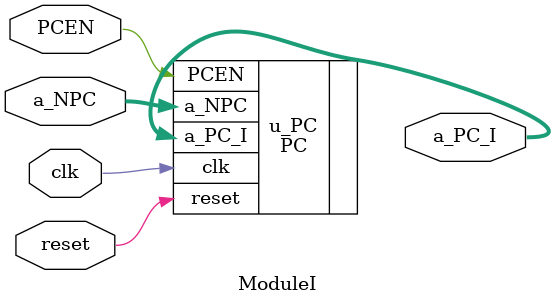
<source format=v>
`timescale 1ns / 1ps
`include "PC.v"
module ModuleI(
        // input
        input clk, reset,
        input PCEN,

        input [31:0] a_NPC,
        
        // output
        output [31:0] a_PC_I
    );

    PC  u_PC (
        .clk(clk), .reset(reset),

        .PCEN(PCEN),
        .a_NPC(a_NPC),
        .a_PC_I(a_PC_I)
    );
endmodule

</source>
